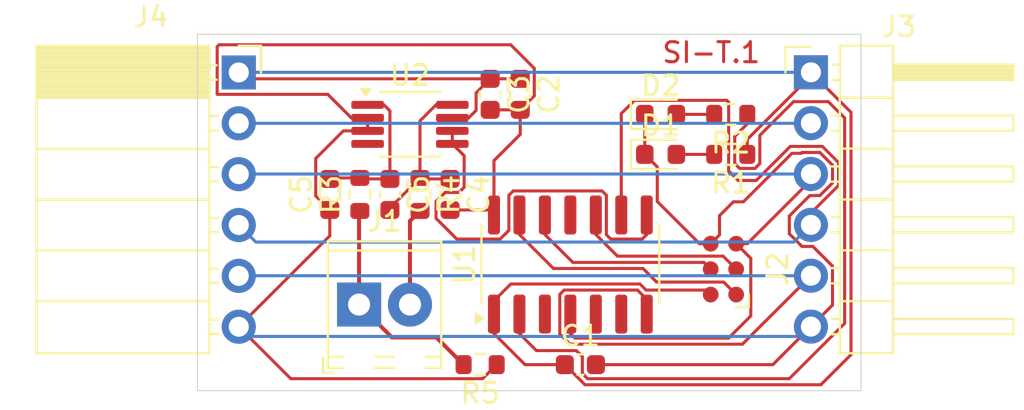
<source format=kicad_pcb>
(kicad_pcb (version 20240108) (generator "pcbnew") (generator_version "8.0")
  (layers (0 "F.Cu" signal) (31 "B.Cu" signal) (34 "B.Paste" user) (35 "F.Paste" user) (36 "B.SilkS" user "B.Silkscreen") (37 "F.SilkS" user "F.Silkscreen") (38 "B.Mask" user) (39 "F.Mask" user) (44 "Edge.Cuts" user))
  (net 0 "")
  (net 1 "+3V3")
  (net 2 "GND")
  (net 3 "Net-(U2-+IN)")
  (net 4 "Net-(U2--IN)")
  (net 5 "Net-(D1-A)")
  (net 6 "Net-(D2-A)")
  (net 7 "/TC-")
  (net 8 "/TC+")
  (net 9 "/SPI_MOSI")
  (net 10 "/SPI_SCK")
  (net 11 "/RESET")
  (net 12 "/SPI_MISO")
  (net 13 "/I2C_SDA")
  (net 14 "+5V")
  (net 15 "/I2C_SCL")
  (net 16 "/STATUS")
  (net 17 "/SPI_SS")
  (net 18 "/TC_OUT")
  (footprint "Capacitor_SMD:C_0603_1608Metric" (layer "F.Cu") (at 156 107)
    (property "Reference" "C1" (at 0 -1.43 0) (layer "F.SilkS"))
    (property "Value" "0.1u")
    (fp_line (start -0.14058 -0.51) (end 0.14058 -0.51) (stroke (width 0.12)) (layer "F.SilkS"))
    (fp_line (start -0.14058 0.51) (end 0.14058 0.51) (stroke (width 0.12)) (layer "F.SilkS"))
    (pad "1" smd roundrect (at -0.775 0) (size 0.9 0.95) (layers "F.Cu" "F.Paste" "F.Mask") (net 1 "+3V3"))
    (pad "2" smd roundrect (at 0.775 0) (size 0.9 0.95) (layers "F.Cu" "F.Paste" "F.Mask") (net 2 "GND"))
  )
  (footprint "Connector_PinSocket_2.54mm:PinSocket_1x06_P2.54mm_Horizontal" (layer "F.Cu") (at 138.958937 92.406666)
    (property "Reference" "J4" (at -4.38 -2.77 360) (layer "F.SilkS"))
    (property "Value" "Conn_01x06_Socket")
    (fp_line (start -10.09 -1.33) (end -10.09 14.03) (stroke (width 0.12)) (layer "F.SilkS"))
    (fp_line (start -10.09 -1.33) (end -1.46 -1.33) (stroke (width 0.12)) (layer "F.SilkS"))
    (fp_line (start -10.09 -1.21) (end -1.46 -1.21) (stroke (width 0.12)) (layer "F.SilkS"))
    (fp_line (start -10.09 -1.091905) (end -1.46 -1.091905) (stroke (width 0.12)) (layer "F.SilkS"))
    (fp_line (start -10.09 -0.97381) (end -1.46 -0.97381) (stroke (width 0.12)) (layer "F.SilkS"))
    (fp_line (start -10.09 -0.855715) (end -1.46 -0.855715) (stroke (width 0.12)) (layer "F.SilkS"))
    (fp_line (start -10.09 -0.73762) (end -1.46 -0.73762) (stroke (width 0.12)) (layer "F.SilkS"))
    (fp_line (start -10.09 -0.619525) (end -1.46 -0.619525) (stroke (width 0.12)) (layer "F.SilkS"))
    (fp_line (start -10.09 -0.50143) (end -1.46 -0.50143) (stroke (width 0.12)) (layer "F.SilkS"))
    (fp_line (start -10.09 -0.383335) (end -1.46 -0.383335) (stroke (width 0.12)) (layer "F.SilkS"))
    (fp_line (start -10.09 -0.26524) (end -1.46 -0.26524) (stroke (width 0.12)) (layer "F.SilkS"))
    (fp_line (start -10.09 -0.147145) (end -1.46 -0.147145) (stroke (width 0.12)) (layer "F.SilkS"))
    (fp_line (start -10.09 -0.02905) (end -1.46 -0.02905) (stroke (width 0.12)) (layer "F.SilkS"))
    (fp_line (start -10.09 0.089045) (end -1.46 0.089045) (stroke (width 0.12)) (layer "F.SilkS"))
    (fp_line (start -10.09 0.20714) (end -1.46 0.20714) (stroke (width 0.12)) (layer "F.SilkS"))
    (fp_line (start -10.09 0.325235) (end -1.46 0.325235) (stroke (width 0.12)) (layer "F.SilkS"))
    (fp_line (start -10.09 0.44333) (end -1.46 0.44333) (stroke (width 0.12)) (layer "F.SilkS"))
    (fp_line (start -10.09 0.561425) (end -1.46 0.561425) (stroke (width 0.12)) (layer "F.SilkS"))
    (fp_line (start -10.09 0.67952) (end -1.46 0.67952) (stroke (width 0.12)) (layer "F.SilkS"))
    (fp_line (start -10.09 0.797615) (end -1.46 0.797615) (stroke (width 0.12)) (layer "F.SilkS"))
    (fp_line (start -10.09 0.91571) (end -1.46 0.91571) (stroke (width 0.12)) (layer "F.SilkS"))
    (fp_line (start -10.09 1.033805) (end -1.46 1.033805) (stroke (width 0.12)) (layer "F.SilkS"))
    (fp_line (start -10.09 1.1519) (end -1.46 1.1519) (stroke (width 0.12)) (layer "F.SilkS"))
    (fp_line (start -10.09 1.27) (end -1.46 1.27) (stroke (width 0.12)) (layer "F.SilkS"))
    (fp_line (start -10.09 3.81) (end -1.46 3.81) (stroke (width 0.12)) (layer "F.SilkS"))
    (fp_line (start -10.09 6.35) (end -1.46 6.35) (stroke (width 0.12)) (layer "F.SilkS"))
    (fp_line (start -10.09 8.89) (end -1.46 8.89) (stroke (width 0.12)) (layer "F.SilkS"))
    (fp_line (start -10.09 11.43) (end -1.46 11.43) (stroke (width 0.12)) (layer "F.SilkS"))
    (fp_line (start -10.09 14.03) (end -1.46 14.03) (stroke (width 0.12)) (layer "F.SilkS"))
    (fp_line (start -1.46 -1.33) (end -1.46 14.03) (stroke (width 0.12)) (layer "F.SilkS"))
    (fp_line (start -1.46 -0.36) (end -1.11 -0.36) (stroke (width 0.12)) (layer "F.SilkS"))
    (fp_line (start -1.46 0.36) (end -1.11 0.36) (stroke (width 0.12)) (layer "F.SilkS"))
    (fp_line (start -1.46 2.18) (end -1.05 2.18) (stroke (width 0.12)) (layer "F.SilkS"))
    (fp_line (start -1.46 2.9) (end -1.05 2.9) (stroke (width 0.12)) (layer "F.SilkS"))
    (fp_line (start -1.46 4.72) (end -1.05 4.72) (stroke (width 0.12)) (layer "F.SilkS"))
    (fp_line (start -1.46 5.44) (end -1.05 5.44) (stroke (width 0.12)) (layer "F.SilkS"))
    (fp_line (start -1.46 7.26) (end -1.05 7.26) (stroke (width 0.12)) (layer "F.SilkS"))
    (fp_line (start -1.46 7.98) (end -1.05 7.98) (stroke (width 0.12)) (layer "F.SilkS"))
    (fp_line (start -1.46 9.8) (end -1.05 9.8) (stroke (width 0.12)) (layer "F.SilkS"))
    (fp_line (start -1.46 10.52) (end -1.05 10.52) (stroke (width 0.12)) (layer "F.SilkS"))
    (fp_line (start -1.46 12.34) (end -1.05 12.34) (stroke (width 0.12)) (layer "F.SilkS"))
    (fp_line (start -1.46 13.06) (end -1.05 13.06) (stroke (width 0.12)) (layer "F.SilkS"))
    (fp_line (start 0 -1.33) (end 1.11 -1.33) (stroke (width 0.12)) (layer "F.SilkS"))
    (fp_line (start 1.11 -1.33) (end 1.11 0) (stroke (width 0.12)) (layer "F.SilkS"))
    (pad "1" thru_hole rect (at 0 0) (size 1.7 1.7) (drill 1) (layers "*.Cu" "*.Mask") (net 1 "+3V3"))
    (pad "2" thru_hole oval (at 0 2.54) (size 1.7 1.7) (drill 1) (layers "*.Cu" "*.Mask") (net 14 "+5V"))
    (pad "3" thru_hole oval (at 0 5.08) (size 1.7 1.7) (drill 1) (layers "*.Cu" "*.Mask") (net 11 "/RESET"))
    (pad "4" thru_hole oval (at 0 7.62) (size 1.7 1.7) (drill 1) (layers "*.Cu" "*.Mask") (net 15 "/I2C_SCL"))
    (pad "5" thru_hole oval (at 0 10.16) (size 1.7 1.7) (drill 1) (layers "*.Cu" "*.Mask") (net 13 "/I2C_SDA"))
    (pad "6" thru_hole oval (at 0 12.7) (size 1.7 1.7) (drill 1) (layers "*.Cu" "*.Mask") (net 2 "GND"))
  )
  (footprint "TerminalBlock_Phoenix:TerminalBlock_Phoenix_MPT-0,5-2-2.54_1x02_P2.54mm_Horizontal" (layer "F.Cu") (at 144.96 104)
    (property "Reference" "J1" (at 1.27 -4.16 360) (layer "F.SilkS"))
    (property "Value" "Screw_Terminal_01x02")
    (fp_line (start -1.8 2.66) (end -1.8 3.4) (stroke (width 0.12)) (layer "F.SilkS"))
    (fp_line (start -1.8 3.4) (end -1.3 3.4) (stroke (width 0.12)) (layer "F.SilkS"))
    (fp_line (start -1.56 -3.16) (end -1.56 3.16) (stroke (width 0.12)) (layer "F.SilkS"))
    (fp_line (start -1.56 -3.16) (end 4.1 -3.16) (stroke (width 0.12)) (layer "F.SilkS"))
    (fp_line (start -1.56 -2.7) (end 4.1 -2.7) (stroke (width 0.12)) (layer "F.SilkS"))
    (fp_line (start -1.56 2.6) (end -0.79 2.6) (stroke (width 0.12)) (layer "F.SilkS"))
    (fp_line (start -1.56 3.16) (end -0.79 3.16) (stroke (width 0.12)) (layer "F.SilkS"))
    (fp_line (start 0.79 2.6) (end 1.75 2.6) (stroke (width 0.12)) (layer "F.SilkS"))
    (fp_line (start 0.79 3.16) (end 1.75 3.16) (stroke (width 0.12)) (layer "F.SilkS"))
    (fp_line (start 3.33 2.6) (end 4.1 2.6) (stroke (width 0.12)) (layer "F.SilkS"))
    (fp_line (start 3.33 3.16) (end 4.1 3.16) (stroke (width 0.12)) (layer "F.SilkS"))
    (fp_line (start 4.1 -3.16) (end 4.1 3.16) (stroke (width 0.12)) (layer "F.SilkS"))
    (pad "" np_thru_hole circle (at 0 2.54) (size 1.1 1.1) (drill 1.1) (layers "*.Cu" "*.Mask"))
    (pad "" np_thru_hole circle (at 2.54 2.54) (size 1.1 1.1) (drill 1.1) (layers "*.Cu" "*.Mask"))
    (pad "1" thru_hole rect (at 0 0) (size 2.2 2.2) (drill 1.1) (layers "*.Cu" "*.Mask") (net 7 "/TC-"))
    (pad "2" thru_hole circle (at 2.54 0) (size 2.2 2.2) (drill 1.1) (layers "*.Cu" "*.Mask") (net 8 "/TC+"))
  )
  (footprint "Capacitor_SMD:C_0603_1608Metric" (layer "F.Cu") (at 153 93.5 -90)
    (property "Reference" "C2" (at 0 -1.43 90) (layer "F.SilkS"))
    (property "Value" "0.1u")
    (fp_line (start -0.14058 0.51) (end 0.14058 0.51) (stroke (width 0.12)) (layer "F.SilkS"))
    (fp_line (start -0.14058 -0.51) (end 0.14058 -0.51) (stroke (width 0.12)) (layer "F.SilkS"))
    (pad "1" smd roundrect (at -0.775 0 270) (size 0.9 0.95) (layers "F.Cu" "F.Paste" "F.Mask") (net 1 "+3V3"))
    (pad "2" smd roundrect (at 0.775 0 270) (size 0.9 0.95) (layers "F.Cu" "F.Paste" "F.Mask") (net 2 "GND"))
  )
  (footprint "Package_SO:MSOP-8_3x3mm_P0.65mm" (layer "F.Cu") (at 147.5 95)
    (property "Reference" "U2" (at 0 -2.45 0) (layer "F.SilkS"))
    (property "Value" "AD8495")
    (fp_line (start 0 -1.61) (end -1.5 -1.61) (stroke (width 0.12)) (layer "F.SilkS"))
    (fp_line (start 0 -1.61) (end 1.5 -1.61) (stroke (width 0.12)) (layer "F.SilkS"))
    (fp_line (start 0 1.61) (end -1.5 1.61) (stroke (width 0.12)) (layer "F.SilkS"))
    (fp_line (start 0 1.61) (end 1.5 1.61) (stroke (width 0.12)) (layer "F.SilkS"))
    (fp_poly (pts (xy -2.2125 -1.435) (xy -2.4525 -1.765) (xy -1.9725 -1.765) (xy -2.2125 -1.435)) (stroke (width 0.12)) (fill solid) (layer "F.SilkS"))
    (pad "1" smd roundrect (at -2.1125 -0.975) (size 1.625 0.4) (layers "F.Cu" "F.Paste" "F.Mask") (net 4 "Net-(U2--IN)"))
    (pad "2" smd roundrect (at -2.1125 -0.325) (size 1.625 0.4) (layers "F.Cu" "F.Paste" "F.Mask") (net 2 "GND"))
    (pad "3" smd roundrect (at -2.1125 0.325) (size 1.625 0.4) (layers "F.Cu" "F.Paste" "F.Mask") (net 2 "GND"))
    (pad "4" smd roundrect (at -2.1125 0.975) (size 1.625 0.4) (layers "F.Cu" "F.Paste" "F.Mask"))
    (pad "5" smd roundrect (at 2.1125 0.975) (size 1.625 0.4) (layers "F.Cu" "F.Paste" "F.Mask") (net 18 "/TC_OUT"))
    (pad "6" smd roundrect (at 2.1125 0.325) (size 1.625 0.4) (layers "F.Cu" "F.Paste" "F.Mask") (net 18 "/TC_OUT"))
    (pad "7" smd roundrect (at 2.1125 -0.325) (size 1.625 0.4) (layers "F.Cu" "F.Paste" "F.Mask") (net 1 "+3V3"))
    (pad "8" smd roundrect (at 2.1125 -0.975) (size 1.625 0.4) (layers "F.Cu" "F.Paste" "F.Mask") (net 3 "Net-(U2-+IN)"))
  )
  (footprint "Resistor_SMD:R_0603_1608Metric" (layer "F.Cu") (at 163.5 96.5 180)
    (property "Reference" "R1" (at 0 -1.43 360) (layer "F.SilkS"))
    (property "Value" "330")
    (fp_line (start -0.237258 0.5225) (end 0.237258 0.5225) (stroke (width 0.12)) (layer "F.SilkS"))
    (fp_line (start -0.237258 -0.5225) (end 0.237258 -0.5225) (stroke (width 0.12)) (layer "F.SilkS"))
    (pad "1" smd roundrect (at -0.825 0 180) (size 0.8 0.95) (layers "F.Cu" "F.Paste" "F.Mask") (net 1 "+3V3"))
    (pad "2" smd roundrect (at 0.825 0 180) (size 0.8 0.95) (layers "F.Cu" "F.Paste" "F.Mask") (net 5 "Net-(D1-A)"))
  )
  (footprint "Connector:Tag-Connect_TC2030-IDC-NL_2x03_P1.27mm_Vertical" (layer "F.Cu") (at 163.135 102.23 90)
    (property "Reference" "J2" (at 0 2.7 90) (layer "F.SilkS"))
    (property "Value" "AVR-ISP-6")
    (fp_line (start -1.27 1.27) (end -1.905 1.27) (stroke (width 0.12)) (layer "F.SilkS"))
    (fp_line (start -1.905 1.27) (end -1.905 0.635) (stroke (width 0.12)) (layer "F.SilkS"))
    (pad "" np_thru_hole circle (at -2.54 0 90) (size 0.9906 0.9906) (drill 0.9906) (layers "*.Cu" "*.Mask"))
    (pad "" np_thru_hole circle (at 2.54 -1.016 90) (size 0.9906 0.9906) (drill 0.9906) (layers "*.Cu" "*.Mask"))
    (pad "" np_thru_hole circle (at 2.54 1.016 90) (size 0.9906 0.9906) (drill 0.9906) (layers "*.Cu" "*.Mask"))
    (pad "1" connect circle (at -1.27 0.635 90) (size 0.7874 0.7874) (layers "F.Cu" "F.Mask") (net 12 "/SPI_MISO"))
    (pad "2" connect circle (at -1.27 -0.635 90) (size 0.7874 0.7874) (layers "F.Cu" "F.Mask") (net 1 "+3V3"))
    (pad "3" connect circle (at 0 0.635 90) (size 0.7874 0.7874) (layers "F.Cu" "F.Mask") (net 10 "/SPI_SCK"))
    (pad "4" connect circle (at 0 -0.635 90) (size 0.7874 0.7874) (layers "F.Cu" "F.Mask") (net 9 "/SPI_MOSI"))
    (pad "5" connect circle (at 1.27 0.635 90) (size 0.7874 0.7874) (layers "F.Cu" "F.Mask") (net 11 "/RESET"))
    (pad "6" connect circle (at 1.27 -0.635 90) (size 0.7874 0.7874) (layers "F.Cu" "F.Mask") (net 2 "GND"))
  )
  (footprint "Capacitor_SMD:C_0603_1608Metric" (layer "F.Cu") (at 146.5 98.5 -90)
    (property "Reference" "C6" (at 0 -1.43 90) (layer "F.SilkS"))
    (property "Value" "10u")
    (fp_line (start -0.14058 0.51) (end 0.14058 0.51) (stroke (width 0.12)) (layer "F.SilkS"))
    (fp_line (start -0.14058 -0.51) (end 0.14058 -0.51) (stroke (width 0.12)) (layer "F.SilkS"))
    (pad "1" smd roundrect (at -0.775 0 270) (size 0.9 0.95) (layers "F.Cu" "F.Paste" "F.Mask") (net 4 "Net-(U2--IN)"))
    (pad "2" smd roundrect (at 0.775 0 270) (size 0.9 0.95) (layers "F.Cu" "F.Paste" "F.Mask") (net 3 "Net-(U2-+IN)"))
  )
  (footprint "Resistor_SMD:R_0603_1608Metric" (layer "F.Cu") (at 145 98.5 90)
    (property "Reference" "R3" (at 0 -1.43 90) (layer "F.SilkS"))
    (property "Value" "1k")
    (fp_line (start -0.237258 -0.5225) (end 0.237258 -0.5225) (stroke (width 0.12)) (layer "F.SilkS"))
    (fp_line (start -0.237258 0.5225) (end 0.237258 0.5225) (stroke (width 0.12)) (layer "F.SilkS"))
    (pad "1" smd roundrect (at -0.825 0 90) (size 0.8 0.95) (layers "F.Cu" "F.Paste" "F.Mask") (net 7 "/TC-"))
    (pad "2" smd roundrect (at 0.825 0 90) (size 0.8 0.95) (layers "F.Cu" "F.Paste" "F.Mask") (net 4 "Net-(U2--IN)"))
  )
  (footprint "Resistor_SMD:R_0603_1608Metric" (layer "F.Cu") (at 148 98.5 -90)
    (property "Reference" "R4" (at 0 -1.43 90) (layer "F.SilkS"))
    (property "Value" "1k")
    (fp_line (start -0.237258 0.5225) (end 0.237258 0.5225) (stroke (width 0.12)) (layer "F.SilkS"))
    (fp_line (start -0.237258 -0.5225) (end 0.237258 -0.5225) (stroke (width 0.12)) (layer "F.SilkS"))
    (pad "1" smd roundrect (at -0.825 0 270) (size 0.8 0.95) (layers "F.Cu" "F.Paste" "F.Mask") (net 3 "Net-(U2-+IN)"))
    (pad "2" smd roundrect (at 0.825 0 270) (size 0.8 0.95) (layers "F.Cu" "F.Paste" "F.Mask") (net 8 "/TC+"))
  )
  (footprint "Capacitor_SMD:C_0603_1608Metric" (layer "F.Cu") (at 151.5 93.5 -90)
    (property "Reference" "C3" (at 0 -1.43 90) (layer "F.SilkS"))
    (property "Value" "10u")
    (fp_line (start -0.14058 0.51) (end 0.14058 0.51) (stroke (width 0.12)) (layer "F.SilkS"))
    (fp_line (start -0.14058 -0.51) (end 0.14058 -0.51) (stroke (width 0.12)) (layer "F.SilkS"))
    (pad "1" smd roundrect (at -0.775 0 270) (size 0.9 0.95) (layers "F.Cu" "F.Paste" "F.Mask") (net 1 "+3V3"))
    (pad "2" smd roundrect (at 0.775 0 270) (size 0.9 0.95) (layers "F.Cu" "F.Paste" "F.Mask") (net 2 "GND"))
  )
  (footprint "Package_SO:SOIC-14_3.9x8.7mm_P1.27mm" (layer "F.Cu") (at 155.5 102 90)
    (property "Reference" "U1" (at 0 -5.28 90) (layer "F.SilkS"))
    (property "Value" "ATtiny841-SS")
    (fp_line (start 0 -4.435) (end 1.95 -4.435) (stroke (width 0.12)) (layer "F.SilkS"))
    (fp_line (start 0 -4.435) (end -1.95 -4.435) (stroke (width 0.12)) (layer "F.SilkS"))
    (fp_line (start 0 4.435) (end 1.95 4.435) (stroke (width 0.12)) (layer "F.SilkS"))
    (fp_line (start 0 4.435) (end -1.95 4.435) (stroke (width 0.12)) (layer "F.SilkS"))
    (fp_poly (pts (xy -2.7 -4.37) (xy -2.94 -4.7) (xy -2.46 -4.7) (xy -2.7 -4.37)) (stroke (width 0.12)) (fill solid) (layer "F.SilkS"))
    (pad "1" smd roundrect (at -2.475 -3.81 90) (size 1.95 0.6) (layers "F.Cu" "F.Paste" "F.Mask") (net 1 "+3V3"))
    (pad "2" smd roundrect (at -2.475 -2.54 90) (size 1.95 0.6) (layers "F.Cu" "F.Paste" "F.Mask") (net 16 "/STATUS"))
    (pad "3" smd roundrect (at -2.475 -1.27 90) (size 1.95 0.6) (layers "F.Cu" "F.Paste" "F.Mask"))
    (pad "4" smd roundrect (at -2.475 0 90) (size 1.95 0.6) (layers "F.Cu" "F.Paste" "F.Mask") (net 11 "/RESET"))
    (pad "5" smd roundrect (at -2.475 1.27 90) (size 1.95 0.6) (layers "F.Cu" "F.Paste" "F.Mask"))
    (pad "6" smd roundrect (at -2.475 2.54 90) (size 1.95 0.6) (layers "F.Cu" "F.Paste" "F.Mask"))
    (pad "7" smd roundrect (at -2.475 3.81 90) (size 1.95 0.6) (layers "F.Cu" "F.Paste" "F.Mask") (net 13 "/I2C_SDA"))
    (pad "8" smd roundrect (at 2.475 3.81 90) (size 1.95 0.6) (layers "F.Cu" "F.Paste" "F.Mask") (net 18 "/TC_OUT"))
    (pad "9" smd roundrect (at 2.475 2.54 90) (size 1.95 0.6) (layers "F.Cu" "F.Paste" "F.Mask") (net 15 "/I2C_SCL"))
    (pad "10" smd roundrect (at 2.475 1.27 90) (size 1.95 0.6) (layers "F.Cu" "F.Paste" "F.Mask") (net 10 "/SPI_SCK"))
    (pad "11" smd roundrect (at 2.475 0 90) (size 1.95 0.6) (layers "F.Cu" "F.Paste" "F.Mask") (net 17 "/SPI_SS"))
    (pad "12" smd roundrect (at 2.475 -1.27 90) (size 1.95 0.6) (layers "F.Cu" "F.Paste" "F.Mask") (net 9 "/SPI_MOSI"))
    (pad "13" smd roundrect (at 2.475 -2.54 90) (size 1.95 0.6) (layers "F.Cu" "F.Paste" "F.Mask") (net 12 "/SPI_MISO"))
    (pad "14" smd roundrect (at 2.475 -3.81 90) (size 1.95 0.6) (layers "F.Cu" "F.Paste" "F.Mask") (net 2 "GND"))
  )
  (footprint "Connector_PinHeader_2.54mm:PinHeader_1x06_P2.54mm_Horizontal" (layer "F.Cu") (at 167.5 92.4)
    (property "Reference" "J3" (at 4.385 -2.27 0) (layer "F.SilkS"))
    (property "Value" "Conn_01x06_Pin")
    (fp_line (start -1.27 -1.27) (end 0 -1.27) (stroke (width 0.12)) (layer "F.SilkS"))
    (fp_line (start -1.27 0) (end -1.27 -1.27) (stroke (width 0.12)) (layer "F.SilkS"))
    (fp_line (start 1.042929 2.16) (end 1.44 2.16) (stroke (width 0.12)) (layer "F.SilkS"))
    (fp_line (start 1.042929 2.92) (end 1.44 2.92) (stroke (width 0.12)) (layer "F.SilkS"))
    (fp_line (start 1.042929 4.7) (end 1.44 4.7) (stroke (width 0.12)) (layer "F.SilkS"))
    (fp_line (start 1.042929 5.46) (end 1.44 5.46) (stroke (width 0.12)) (layer "F.SilkS"))
    (fp_line (start 1.042929 7.24) (end 1.44 7.24) (stroke (width 0.12)) (layer "F.SilkS"))
    (fp_line (start 1.042929 8) (end 1.44 8) (stroke (width 0.12)) (layer "F.SilkS"))
    (fp_line (start 1.042929 9.78) (end 1.44 9.78) (stroke (width 0.12)) (layer "F.SilkS"))
    (fp_line (start 1.042929 10.54) (end 1.44 10.54) (stroke (width 0.12)) (layer "F.SilkS"))
    (fp_line (start 1.042929 12.32) (end 1.44 12.32) (stroke (width 0.12)) (layer "F.SilkS"))
    (fp_line (start 1.042929 13.08) (end 1.44 13.08) (stroke (width 0.12)) (layer "F.SilkS"))
    (fp_line (start 1.11 -0.38) (end 1.44 -0.38) (stroke (width 0.12)) (layer "F.SilkS"))
    (fp_line (start 1.11 0.38) (end 1.44 0.38) (stroke (width 0.12)) (layer "F.SilkS"))
    (fp_line (start 1.44 -1.33) (end 1.44 14.03) (stroke (width 0.12)) (layer "F.SilkS"))
    (fp_line (start 1.44 1.27) (end 4.1 1.27) (stroke (width 0.12)) (layer "F.SilkS"))
    (fp_line (start 1.44 3.81) (end 4.1 3.81) (stroke (width 0.12)) (layer "F.SilkS"))
    (fp_line (start 1.44 6.35) (end 4.1 6.35) (stroke (width 0.12)) (layer "F.SilkS"))
    (fp_line (start 1.44 8.89) (end 4.1 8.89) (stroke (width 0.12)) (layer "F.SilkS"))
    (fp_line (start 1.44 11.43) (end 4.1 11.43) (stroke (width 0.12)) (layer "F.SilkS"))
    (fp_line (start 1.44 14.03) (end 4.1 14.03) (stroke (width 0.12)) (layer "F.SilkS"))
    (fp_line (start 4.1 -1.33) (end 1.44 -1.33) (stroke (width 0.12)) (layer "F.SilkS"))
    (fp_line (start 4.1 -0.38) (end 10.1 -0.38) (stroke (width 0.12)) (layer "F.SilkS"))
    (fp_line (start 4.1 -0.32) (end 10.1 -0.32) (stroke (width 0.12)) (layer "F.SilkS"))
    (fp_line (start 4.1 -0.2) (end 10.1 -0.2) (stroke (width 0.12)) (layer "F.SilkS"))
    (fp_line (start 4.1 -0.08) (end 10.1 -0.08) (stroke (width 0.12)) (layer "F.SilkS"))
    (fp_line (start 4.1 0.04) (end 10.1 0.04) (stroke (width 0.12)) (layer "F.SilkS"))
    (fp_line (start 4.1 0.16) (end 10.1 0.16) (stroke (width 0.12)) (layer "F.SilkS"))
    (fp_line (start 4.1 0.28) (end 10.1 0.28) (stroke (width 0.12)) (layer "F.SilkS"))
    (fp_line (start 4.1 2.16) (end 10.1 2.16) (stroke (width 0.12)) (layer "F.SilkS"))
    (fp_line (start 4.1 4.7) (end 10.1 4.7) (stroke (width 0.12)) (layer "F.SilkS"))
    (fp_line (start 4.1 7.24) (end 10.1 7.24) (stroke (width 0.12)) (layer "F.SilkS"))
    (fp_line (start 4.1 9.78) (end 10.1 9.78) (stroke (width 0.12)) (layer "F.SilkS"))
    (fp_line (start 4.1 12.32) (end 10.1 12.32) (stroke (width 0.12)) (layer "F.SilkS"))
    (fp_line (start 4.1 14.03) (end 4.1 -1.33) (stroke (width 0.12)) (layer "F.SilkS"))
    (fp_line (start 10.1 -0.38) (end 10.1 0.38) (stroke (width 0.12)) (layer "F.SilkS"))
    (fp_line (start 10.1 0.38) (end 4.1 0.38) (stroke (width 0.12)) (layer "F.SilkS"))
    (fp_line (start 10.1 2.16) (end 10.1 2.92) (stroke (width 0.12)) (layer "F.SilkS"))
    (fp_line (start 10.1 2.92) (end 4.1 2.92) (stroke (width 0.12)) (layer "F.SilkS"))
    (fp_line (start 10.1 4.7) (end 10.1 5.46) (stroke (width 0.12)) (layer "F.SilkS"))
    (fp_line (start 10.1 5.46) (end 4.1 5.46) (stroke (width 0.12)) (layer "F.SilkS"))
    (fp_line (start 10.1 7.24) (end 10.1 8) (stroke (width 0.12)) (layer "F.SilkS"))
    (fp_line (start 10.1 8) (end 4.1 8) (stroke (width 0.12)) (layer "F.SilkS"))
    (fp_line (start 10.1 9.78) (end 10.1 10.54) (stroke (width 0.12)) (layer "F.SilkS"))
    (fp_line (start 10.1 10.54) (end 4.1 10.54) (stroke (width 0.12)) (layer "F.SilkS"))
    (fp_line (start 10.1 12.32) (end 10.1 13.08) (stroke (width 0.12)) (layer "F.SilkS"))
    (fp_line (start 10.1 13.08) (end 4.1 13.08) (stroke (width 0.12)) (layer "F.SilkS"))
    (pad "1" thru_hole rect (at 0 0) (size 1.7 1.7) (drill 1) (layers "*.Cu" "*.Mask") (net 1 "+3V3"))
    (pad "2" thru_hole oval (at 0 2.54) (size 1.7 1.7) (drill 1) (layers "*.Cu" "*.Mask") (net 14 "+5V"))
    (pad "3" thru_hole oval (at 0 5.08) (size 1.7 1.7) (drill 1) (layers "*.Cu" "*.Mask") (net 11 "/RESET"))
    (pad "4" thru_hole oval (at 0 7.62) (size 1.7 1.7) (drill 1) (layers "*.Cu" "*.Mask") (net 15 "/I2C_SCL"))
    (pad "5" thru_hole oval (at 0 10.16) (size 1.7 1.7) (drill 1) (layers "*.Cu" "*.Mask") (net 13 "/I2C_SDA"))
    (pad "6" thru_hole oval (at 0 12.7) (size 1.7 1.7) (drill 1) (layers "*.Cu" "*.Mask") (net 2 "GND"))
  )
  (footprint "Capacitor_SMD:C_0603_1608Metric" (layer "F.Cu") (at 143.5 98.5 90)
    (property "Reference" "C5" (at 0 -1.43 90) (layer "F.SilkS"))
    (property "Value" "1u")
    (fp_line (start -0.14058 -0.51) (end 0.14058 -0.51) (stroke (width 0.12)) (layer "F.SilkS"))
    (fp_line (start -0.14058 0.51) (end 0.14058 0.51) (stroke (width 0.12)) (layer "F.SilkS"))
    (pad "1" smd roundrect (at -0.775 0 90) (size 0.9 0.95) (layers "F.Cu" "F.Paste" "F.Mask") (net 2 "GND"))
    (pad "2" smd roundrect (at 0.775 0 90) (size 0.9 0.95) (layers "F.Cu" "F.Paste" "F.Mask") (net 4 "Net-(U2--IN)"))
  )
  (footprint "LED_SMD:LED_0603_1608Metric" (layer "F.Cu") (at 160 96.5)
    (property "Reference" "D1" (at 0 -1.43 0) (layer "F.SilkS"))
    (property "Value" "LED")
    (fp_line (start -1.485 -0.735) (end -1.485 0.735) (stroke (width 0.12)) (layer "F.SilkS"))
    (fp_line (start -1.485 0.735) (end 0.8 0.735) (stroke (width 0.12)) (layer "F.SilkS"))
    (fp_line (start 0.8 -0.735) (end -1.485 -0.735) (stroke (width 0.12)) (layer "F.SilkS"))
    (pad "1" smd roundrect (at -0.7875 0) (size 0.875 0.95) (layers "F.Cu" "F.Paste" "F.Mask") (net 2 "GND"))
    (pad "2" smd roundrect (at 0.7875 0) (size 0.875 0.95) (layers "F.Cu" "F.Paste" "F.Mask") (net 5 "Net-(D1-A)"))
  )
  (footprint "Resistor_SMD:R_0603_1608Metric" (layer "F.Cu") (at 151 107 180)
    (property "Reference" "R5" (at 0 -1.43 360) (layer "F.SilkS"))
    (property "Value" "1M")
    (fp_line (start -0.237258 0.5225) (end 0.237258 0.5225) (stroke (width 0.12)) (layer "F.SilkS"))
    (fp_line (start -0.237258 -0.5225) (end 0.237258 -0.5225) (stroke (width 0.12)) (layer "F.SilkS"))
    (pad "1" smd roundrect (at -0.825 0 180) (size 0.8 0.95) (layers "F.Cu" "F.Paste" "F.Mask") (net 2 "GND"))
    (pad "2" smd roundrect (at 0.825 0 180) (size 0.8 0.95) (layers "F.Cu" "F.Paste" "F.Mask") (net 7 "/TC-"))
  )
  (footprint "Resistor_SMD:R_0603_1608Metric" (layer "F.Cu") (at 163.5 94.5 180)
    (property "Reference" "R2" (at 0 -1.43 360) (layer "F.SilkS"))
    (property "Value" "330")
    (fp_line (start -0.237258 0.5225) (end 0.237258 0.5225) (stroke (width 0.12)) (layer "F.SilkS"))
    (fp_line (start -0.237258 -0.5225) (end 0.237258 -0.5225) (stroke (width 0.12)) (layer "F.SilkS"))
    (pad "1" smd roundrect (at -0.825 0 180) (size 0.8 0.95) (layers "F.Cu" "F.Paste" "F.Mask") (net 16 "/STATUS"))
    (pad "2" smd roundrect (at 0.825 0 180) (size 0.8 0.95) (layers "F.Cu" "F.Paste" "F.Mask") (net 6 "Net-(D2-A)"))
  )
  (footprint "LED_SMD:LED_0603_1608Metric" (layer "F.Cu") (at 160 94.5)
    (property "Reference" "D2" (at 0 -1.43 0) (layer "F.SilkS"))
    (property "Value" "LED")
    (fp_line (start -1.485 -0.735) (end -1.485 0.735) (stroke (width 0.12)) (layer "F.SilkS"))
    (fp_line (start -1.485 0.735) (end 0.8 0.735) (stroke (width 0.12)) (layer "F.SilkS"))
    (fp_line (start 0.8 -0.735) (end -1.485 -0.735) (stroke (width 0.12)) (layer "F.SilkS"))
    (pad "1" smd roundrect (at -0.7875 0) (size 0.875 0.95) (layers "F.Cu" "F.Paste" "F.Mask") (net 2 "GND"))
    (pad "2" smd roundrect (at 0.7875 0) (size 0.875 0.95) (layers "F.Cu" "F.Paste" "F.Mask") (net 6 "Net-(D2-A)"))
  )
  (footprint "Capacitor_SMD:C_0603_1608Metric" (layer "F.Cu") (at 149.5 98.5 -90)
    (property "Reference" "C4" (at 0 -1.43 90) (layer "F.SilkS"))
    (property "Value" "1u")
    (fp_line (start -0.14058 0.51) (end 0.14058 0.51) (stroke (width 0.12)) (layer "F.SilkS"))
    (fp_line (start -0.14058 -0.51) (end 0.14058 -0.51) (stroke (width 0.12)) (layer "F.SilkS"))
    (pad "1" smd roundrect (at -0.775 0 270) (size 0.9 0.95) (layers "F.Cu" "F.Paste" "F.Mask") (net 3 "Net-(U2-+IN)"))
    (pad "2" smd roundrect (at 0.775 0 270) (size 0.9 0.95) (layers "F.Cu" "F.Paste" "F.Mask") (net 2 "GND"))
  )
  (gr_rect (start 136.9 90.5) (end 170 108.3) (stroke (width 0.05)) (fill none) (layer "Edge.Cuts"))
  (gr_text "SI-T.1" (at 160 92 0) (layer "F.Cu") (effects (font (size 1 1)) (justify left bottom)))
  (segment (start 150.7988 93.4262) (end 151.5 92.725) (width 0.1524) (layer "F.Cu") (net 1))
  (segment (start 153.240001 107) (end 151.69 105.449999) (width 0.1524) (layer "F.Cu") (net 1))
  (segment (start 169.5 106.5) (end 169.5 94.4) (width 0.1524) (layer "F.Cu") (net 1))
  (segment (start 169.5 94.4) (end 167.5 92.4) (width 0.1524) (layer "F.Cu") (net 1))
  (segment (start 164.325 95.747342) (end 167.5 92.572342) (width 0.1524) (layer "F.Cu") (net 1))
  (segment (start 162.5 103.5) (end 162.2738 103.2738) (width 0.1524) (layer "F.Cu") (net 1))
  (segment (start 158.9714 102.9714) (end 152.5286 102.9714) (width 0.1524) (layer "F.Cu") (net 1))
  (segment (start 150.424999 94.675) (end 150.7988 94.301199) (width 0.1524) (layer "F.Cu") (net 1))
  (segment (start 151.5 92.725) (end 153 92.725) (width 0.1524) (layer "F.Cu") (net 1))
  (segment (start 152.5286 102.9714) (end 151.69 103.81) (width 0.1524) (layer "F.Cu") (net 1))
  (segment (start 151.5 92.725) (end 139.277271 92.725) (width 0.1524) (layer "F.Cu") (net 1))
  (segment (start 155.225 107) (end 153.240001 107) (width 0.1524) (layer "F.Cu") (net 1))
  (segment (start 151.69 103.81) (end 151.69 104.475) (width 0.1524) (layer "F.Cu") (net 1))
  (segment (start 150.7988 94.301199) (end 150.7988 93.4262) (width 0.1524) (layer "F.Cu") (net 1))
  (segment (start 167.5 92.572342) (end 167.5 92.4) (width 0.1524) (layer "F.Cu") (net 1))
  (segment (start 151.69 105.449999) (end 151.69 104.475) (width 0.1524) (layer "F.Cu") (net 1))
  (segment (start 149.6125 94.675) (end 150.424999 94.675) (width 0.1524) (layer "F.Cu") (net 1))
  (segment (start 167.9964 108.0036) (end 169.5 106.5) (width 0.1524) (layer "F.Cu") (net 1))
  (segment (start 139.277271 92.725) (end 138.958937 92.406666) (width 0.1524) (layer "F.Cu") (net 1))
  (segment (start 155.225 107) (end 156.2286 108.0036) (width 0.1524) (layer "F.Cu") (net 1))
  (segment (start 162.2738 103.2738) (end 159.2738 103.2738) (width 0.1524) (layer "F.Cu") (net 1))
  (segment (start 156.2286 108.0036) (end 167.9964 108.0036) (width 0.1524) (layer "F.Cu") (net 1))
  (segment (start 164.325 96.5) (end 164.325 95.747342) (width 0.1524) (layer "F.Cu") (net 1))
  (segment (start 159.2738 103.2738) (end 158.9714 102.9714) (width 0.1524) (layer "F.Cu") (net 1))
  (segment (start 138.965603 92.4) (end 138.958937 92.406666) (width 0.1524) (layer "B.Cu") (net 1))
  (segment (start 167.5 92.4) (end 138.965603 92.4) (width 0.1524) (layer "B.Cu") (net 1))
  (segment (start 166.4238 100.465777) (end 166.4238 99.574223) (width 0.1524) (layer "F.Cu") (net 2))
  (segment (start 142.7988 96.7012) (end 144.175 95.325) (width 0.1524) (layer "F.Cu") (net 2))
  (segment (start 153 94.275) (end 153.7012 93.5738) (width 0.1524) (layer "F.Cu") (net 2))
  (segment (start 145.3875 95.325) (end 145.3875 94.675) (width 0.1524) (layer "F.Cu") (net 2))
  (segment (start 159.8362 98.852975) (end 159.8362 97.1237) (width 0.1524) (layer "F.Cu") (net 2))
  (segment (start 144.175 95.325) (end 145.3875 95.325) (width 0.1524) (layer "F.Cu") (net 2))
  (segment (start 168.5762 102.0762) (end 167.5962 101.0962) (width 0.1524) (layer "F.Cu") (net 2))
  (segment (start 153 94.275) (end 153 95.5) (width 0.1524) (layer "F.Cu") (net 2))
  (segment (start 161.943225 100.96) (end 159.8362 98.852975) (width 0.1524) (layer "F.Cu") (net 2))
  (segment (start 168.5762 97.034223) (end 167.945777 96.4038) (width 0.1524) (layer "F.Cu") (net 2))
  (segment (start 168.5762 97.925777) (end 168.5762 97.034223) (width 0.1524) (layer "F.Cu") (net 2))
  (segment (start 162.9405 99.5595) (end 162.9405 100.5195) (width 0.1524) (layer "F.Cu") (net 2))
  (segment (start 159.2125 94.5) (end 159.2125 96.5) (width 0.1524) (layer "F.Cu") (net 2))
  (segment (start 141.553471 107.7012) (end 138.958937 105.106666) (width 0.1524) (layer "F.Cu") (net 2))
  (segment (start 164.1315 98.8685) (end 163.6315 98.8685) (width 0.1524) (layer "F.Cu") (net 2))
  (segment (start 152.5238 91.0238) (end 137.9762 91.0238) (width 0.1524) (layer "F.Cu") (net 2))
  (segment (start 151.69 96.81) (end 151.69 99.525) (width 0.1524) (layer "F.Cu") (net 2))
  (segment (start 143.5 100.565603) (end 138.958937 105.106666) (width 0.1524) (layer "F.Cu") (net 2))
  (segment (start 151.1238 107.7012) (end 141.553471 107.7012) (width 0.1524) (layer "F.Cu") (net 2))
  (segment (start 167.054223 96.4038) (end 167.015182 96.44284) (width 0.1524) (layer "F.Cu") (net 2))
  (segment (start 156.775 107) (end 165.6 107) (width 0.1524) (layer "F.Cu") (net 2))
  (segment (start 153 95.5) (end 151.69 96.81) (width 0.1524) (layer "F.Cu") (net 2))
  (segment (start 167.945777 98.5562) (end 168.5762 97.925777) (width 0.1524) (layer "F.Cu") (net 2))
  (segment (start 153.7012 93.5738) (end 153.7012 92.2012) (width 0.1524) (layer "F.Cu") (net 2))
  (segment (start 167.054223 101.0962) (end 166.4238 100.465777) (width 0.1524) (layer "F.Cu") (net 2))
  (segment (start 162.9405 100.5195) (end 162.5 100.96) (width 0.1524) (layer "F.Cu") (net 2))
  (segment (start 137.882737 93.482866) (end 137.899871 93.5) (width 0.1524) (layer "F.Cu") (net 2))
  (segment (start 167.5962 101.0962) (end 167.054223 101.0962) (width 0.1524) (layer "F.Cu") (net 2))
  (segment (start 159.8362 97.1237) (end 159.2125 96.5) (width 0.1524) (layer "F.Cu") (net 2))
  (segment (start 143.5 99.275) (end 143.5 100.565603) (width 0.1524) (layer "F.Cu") (net 2))
  (segment (start 166.4238 99.574223) (end 167.441823 98.5562) (width 0.1524) (layer "F.Cu") (net 2))
  (segment (start 137.882737 91.117263) (end 137.882737 93.482866) (width 0.1524) (layer "F.Cu") (net 2))
  (segment (start 143.400001 93.5) (end 144.575001 94.675) (width 0.1524) (layer "F.Cu") (net 2))
  (segment (start 151.825 107) (end 151.1238 107.7012) (width 0.1524) (layer "F.Cu") (net 2))
  (segment (start 168.5762 104.0238) (end 168.5762 102.0762) (width 0.1524) (layer "F.Cu") (net 2))
  (segment (start 137.899871 93.5) (end 143.400001 93.5) (width 0.1524) (layer "F.Cu") (net 2))
  (segment (start 166.55716 96.44284) (end 164.1315 98.8685) (width 0.1524) (layer "F.Cu") (net 2))
  (segment (start 167.5 105.1) (end 168.5762 104.0238) (width 0.1524) (layer "F.Cu") (net 2))
  (segment (start 151.5 94.275) (end 153 94.275) (width 0.1524) (layer "F.Cu") (net 2))
  (segment (start 153.7012 92.2012) (end 152.5238 91.0238) (width 0.1524) (layer "F.Cu") (net 2))
  (segment (start 162.5 100.96) (end 161.943225 100.96) (width 0.1524) (layer "F.Cu") (net 2))
  (segment (start 167.441823 98.5562) (end 167.945777 98.5562) (width 0.1524) (layer "F.Cu") (net 2))
  (segment (start 165.6 107) (end 167.5 105.1) (width 0.1524) (layer "F.Cu") (net 2))
  (segment (start 143.5 99.275) (end 142.7988 98.5738) (width 0.1524) (layer "F.Cu") (net 2))
  (segment (start 142.7988 98.5738) (end 142.7988 96.7012) (width 0.1524) (layer "F.Cu") (net 2))
  (segment (start 137.9762 91.0238) (end 137.882737 91.117263) (width 0.1524) (layer "F.Cu") (net 2))
  (segment (start 167.945777 96.4038) (end 167.054223 96.4038) (width 0.1524) (layer "F.Cu") (net 2))
  (segment (start 144.575001 94.675) (end 145.3875 94.675) (width 0.1524) (layer "F.Cu") (net 2))
  (segment (start 151.44 99.275) (end 151.69 99.525) (width 0.1524) (layer "F.Cu") (net 2))
  (segment (start 167.015182 96.44284) (end 166.55716 96.44284) (width 0.1524) (layer "F.Cu") (net 2))
  (segment (start 149.5 99.275) (end 151.44 99.275) (width 0.1524) (layer "F.Cu") (net 2))
  (segment (start 163.6315 98.8685) (end 162.9405 99.5595) (width 0.1524) (layer "F.Cu") (net 2))
  (segment (start 139.443771 105.5915) (end 167.0085 105.5915) (width 0.1524) (layer "B.Cu") (net 2))
  (segment (start 167.0085 105.5915) (end 167.5 105.1) (width 0.1524) (layer "B.Cu") (net 2))
  (segment (start 138.958937 105.106666) (end 139.443771 105.5915) (width 0.1524) (layer "B.Cu") (net 2))
  (segment (start 148 94.825001) (end 148 97.675) (width 0.1524) (layer "F.Cu") (net 3))
  (segment (start 146.5 99.175) (end 148 97.675) (width 0.1524) (layer "F.Cu") (net 3))
  (segment (start 146.5 99.275) (end 146.5 99.175) (width 0.1524) (layer "F.Cu") (net 3))
  (segment (start 149.5 97.725) (end 148.05 97.725) (width 0.1524) (layer "F.Cu") (net 3))
  (segment (start 148.05 97.725) (end 148 97.675) (width 0.1524) (layer "F.Cu") (net 3))
  (segment (start 148.800001 94.025) (end 148 94.825001) (width 0.1524) (layer "F.Cu") (net 3))
  (segment (start 149.6125 94.025) (end 148.800001 94.025) (width 0.1524) (layer "F.Cu") (net 3))
  (segment (start 145.05 97.725) (end 145 97.675) (width 0.1524) (layer "F.Cu") (net 4))
  (segment (start 145.3875 94.025) (end 146.199999 94.025) (width 0.1524) (layer "F.Cu") (net 4))
  (segment (start 146.5 94.325001) (end 146.5 97.725) (width 0.1524) (layer "F.Cu") (net 4))
  (segment (start 146.5 97.725) (end 145.05 97.725) (width 0.1524) (layer "F.Cu") (net 4))
  (segment (start 145 97.675) (end 143.55 97.675) (width 0.1524) (layer "F.Cu") (net 4))
  (segment (start 143.55 97.675) (end 143.5 97.725) (width 0.1524) (layer "F.Cu") (net 4))
  (segment (start 146.199999 94.025) (end 146.5 94.325001) (width 0.1524) (layer "F.Cu") (net 4))
  (segment (start 162.675 96.5) (end 160.7875 96.5) (width 0.1524) (layer "F.Cu") (net 5))
  (segment (start 160.7875 94.5) (end 162.675 94.5) (width 0.1524) (layer "F.Cu") (net 6))
  (segment (start 144.96 104) (end 146.6 105.64) (width 0.2) (layer "F.Cu") (net 7))
  (segment (start 146.6 105.64) (end 148.815 105.64) (width 0.2) (layer "F.Cu") (net 7))
  (segment (start 144.96 99.365) (end 145 99.325) (width 0.2) (layer "F.Cu") (net 7))
  (segment (start 144.96 104) (end 144.96 99.365) (width 0.2) (layer "F.Cu") (net 7))
  (segment (start 148.815 105.64) (end 150.175 107) (width 0.2) (layer "F.Cu") (net 7))
  (segment (start 147.5 99.825) (end 148 99.325) (width 0.2) (layer "F.Cu") (net 8))
  (segment (start 147.5 104) (end 147.5 99.825) (width 0.2) (layer "F.Cu") (net 8))
  (segment (start 162.1652 101.8952) (end 155.625201 101.8952) (width 0.1524) (layer "F.Cu") (net 9))
  (segment (start 162.5 102.23) (end 162.1652 101.8952) (width 0.1524) (layer "F.Cu") (net 9))
  (segment (start 155.625201 101.8952) (end 154.23 100.499999) (width 0.1524) (layer "F.Cu") (net 9))
  (segment (start 154.23 100.499999) (end 154.23 99.525) (width 0.1524) (layer "F.Cu") (net 9))
  (segment (start 157.849901 101.5799) (end 156.77 100.499999) (width 0.1524) (layer "F.Cu") (net 10))
  (segment (start 156.77 100.499999) (end 156.77 99.525) (width 0.1524) (layer "F.Cu") (net 10))
  (segment (start 163.1199 101.5799) (end 157.849901 101.5799) (width 0.1524) (layer "F.Cu") (net 10))
  (segment (start 163.77 102.23) (end 163.1199 101.5799) (width 0.1524) (layer "F.Cu") (net 10))
  (segment (start 164.5 104.566776) (end 164.5 101.69) (width 0.1524) (layer "F.Cu") (net 11))
  (segment (start 155.5 105.449999) (end 155.726201 105.6762) (width 0.1524) (layer "F.Cu") (net 11))
  (segment (start 155.726201 105.6762) (end 163.390576 105.6762) (width 0.1524) (layer "F.Cu") (net 11))
  (segment (start 167.5 97.786775) (end 167.5 97.48) (width 0.1524) (layer "F.Cu") (net 11))
  (segment (start 163.77 100.96) (end 164.326775 100.96) (width 0.1524) (layer "F.Cu") (net 11))
  (segment (start 164.326775 100.96) (end 167.5 97.786775) (width 0.1524) (layer "F.Cu") (net 11))
  (segment (start 155.5 104.475) (end 155.5 105.449999) (width 0.1524) (layer "F.Cu") (net 11))
  (segment (start 164.5 101.69) (end 163.77 100.96) (width 0.1524) (layer "F.Cu") (net 11))
  (segment (start 163.390576 105.6762) (end 164.5 104.566776) (width 0.1524) (layer "F.Cu") (net 11))
  (segment (start 167.5 97.48) (end 147 97.48) (width 0.1524) (layer "B.Cu") (net 11))
  (segment (start 147 97.48) (end 138.965603 97.48) (width 0.1524) (layer "B.Cu") (net 11))
  (segment (start 138.965603 97.48) (end 138.958937 97.486666) (width 0.1524) (layer "B.Cu") (net 11))
  (segment (start 163.144742 102.874742) (end 159.8024 102.874742) (width 0.1524) (layer "F.Cu") (net 12))
  (segment (start 152.96 100.499999) (end 152.96 99.525) (width 0.1524) (layer "F.Cu") (net 12))
  (segment (start 163.77 103.5) (end 163.144742 102.874742) (width 0.1524) (layer "F.Cu") (net 12))
  (segment (start 154.657601 102.1976) (end 152.96 100.499999) (width 0.1524) (layer "F.Cu") (net 12))
  (segment (start 159.125258 102.1976) (end 154.657601 102.1976) (width 0.1524) (layer "F.Cu") (net 12))
  (segment (start 159.8024 102.874742) (end 159.125258 102.1976) (width 0.1524) (layer "F.Cu") (net 12))
  (segment (start 158.846142 103.2738) (end 159.31 103.737658) (width 0.1524) (layer "F.Cu") (net 13))
  (segment (start 155.190016 103.2738) (end 158.846142 103.2738) (width 0.1524) (layer "F.Cu") (net 13))
  (segment (start 154.9738 103.490016) (end 155.190016 103.2738) (width 0.1524) (layer "F.Cu") (net 13))
  (segment (start 155.4786 105.9786) (end 154.9738 105.4738) (width 0.1524) (layer "F.Cu") (net 13))
  (segment (start 164.0814 105.9786) (end 155.4786 105.9786) (width 0.1524) (layer "F.Cu") (net 13))
  (segment (start 154.9738 105.4738) (end 154.9738 103.490016) (width 0.1524) (layer "F.Cu") (net 13))
  (segment (start 167.5 102.56) (end 164.0814 105.9786) (width 0.1524) (layer "F.Cu") (net 13))
  (segment (start 159.31 103.737658) (end 159.31 104.475) (width 0.1524) (layer "F.Cu") (net 13))
  (segment (start 167.5 102.56) (end 138.965603 102.56) (width 0.1524) (layer "B.Cu") (net 13))
  (segment (start 138.965603 102.56) (end 138.958937 102.566666) (width 0.1524) (layer "B.Cu") (net 13))
  (segment (start 167.493334 94.946666) (end 167.5 94.94) (width 0.1524) (layer "B.Cu") (net 14))
  (segment (start 138.958937 94.946666) (end 167.493334 94.946666) (width 0.1524) (layer "B.Cu") (net 14))
  (segment (start 168.8786 98.051035) (end 167.5 99.429635) (width 0.1524) (layer "F.Cu") (net 15))
  (segment (start 164.769942 97.8024) (end 166.470942 96.1014) (width 0.1524) (layer "F.Cu") (net 15))
  (segment (start 163.874742 97.8024) (end 164.769942 97.8024) (width 0.1524) (layer "F.Cu") (net 15))
  (segment (start 163.2988 93.7988) (end 163.3964 93.8964) (width 0.1524) (layer "F.Cu") (net 15))
  (segment (start 167.5 99.429635) (end 167.5 100.02) (width 0.1524) (layer "F.Cu") (net 15))
  (segment (start 158.04 99.525) (end 158.04 94.46) (width 0.1524) (layer "F.Cu") (net 15))
  (segment (start 158.04 94.46) (end 158.7012 93.7988) (width 0.1524) (layer "F.Cu") (net 15))
  (segment (start 158.7012 93.7988) (end 163.2988 93.7988) (width 0.1524) (layer "F.Cu") (net 15))
  (segment (start 163.3964 93.8964) (end 163.3964 97.324058) (width 0.1524) (layer "F.Cu") (net 15))
  (segment (start 163.3964 97.324058) (end 163.874742 97.8024) (width 0.1524) (layer "F.Cu") (net 15))
  (segment (start 168.8786 96.908965) (end 168.8786 98.051035) (width 0.1524) (layer "F.Cu") (net 15))
  (segment (start 166.470942 96.1014) (end 168.071035 96.1014) (width 0.1524) (layer "F.Cu") (net 15))
  (segment (start 168.071035 96.1014) (end 168.8786 96.908965) (width 0.1524) (layer "F.Cu") (net 15))
  (segment (start 166.643334 100.876666) (end 167.5 100.02) (width 0.1524) (layer "B.Cu") (net 15))
  (segment (start 139.808937 100.876666) (end 166.643334 100.876666) (width 0.1524) (layer "B.Cu") (net 15))
  (segment (start 138.958937 100.026666) (end 139.808937 100.876666) (width 0.1524) (layer "B.Cu") (net 15))
  (segment (start 163.94292 97.2012) (end 163.6988 96.95708) (width 0.1524) (layer "F.Cu") (net 16))
  (segment (start 164.9512 96.95708) (end 164.70708 97.2012) (width 0.1524) (layer "F.Cu") (net 16))
  (segment (start 168.3638 93.8638) (end 166.6362 93.8638) (width 0.1524) (layer "F.Cu") (net 16))
  (segment (start 169.181 104.940977) (end 169.181 94.681) (width 0.1524) (layer "F.Cu") (net 16))
  (segment (start 152.96 105.449999) (end 153.808801 106.2988) (width 0.1524) (layer "F.Cu") (net 16))
  (segment (start 164.325 94.975) (end 164.325 94.5) (width 0.1524) (layer "F.Cu") (net 16))
  (segment (start 169.181 94.681) (end 168.3638 93.8638) (width 0.1524) (layer "F.Cu") (net 16))
  (segment (start 152.96 104.475) (end 152.96 105.449999) (width 0.1524) (layer "F.Cu") (net 16))
  (segment (start 163.6988 96.95708) (end 163.6988 95.6012) (width 0.1524) (layer "F.Cu") (net 16))
  (segment (start 156.356872 107.7012) (end 166.420777 107.7012) (width 0.1524) (layer "F.Cu") (net 16))
  (segment (start 163.6988 95.6012) (end 164.325 94.975) (width 0.1524) (layer "F.Cu") (net 16))
  (segment (start 166.420777 107.7012) (end 169.181 104.940977) (width 0.1524) (layer "F.Cu") (net 16))
  (segment (start 153.808801 106.2988) (end 155.7988 106.2988) (width 0.1524) (layer "F.Cu") (net 16))
  (segment (start 156.0988 106.5988) (end 156.0988 107.443128) (width 0.1524) (layer "F.Cu") (net 16))
  (segment (start 164.70708 97.2012) (end 163.94292 97.2012) (width 0.1524) (layer "F.Cu") (net 16))
  (segment (start 164.9512 95.5488) (end 164.9512 96.95708) (width 0.1524) (layer "F.Cu") (net 16))
  (segment (start 166.6362 93.8638) (end 164.9512 95.5488) (width 0.1524) (layer "F.Cu") (net 16))
  (segment (start 155.7988 106.2988) (end 156.0988 106.5988) (width 0.1524) (layer "F.Cu") (net 16))
  (segment (start 156.0988 107.443128) (end 156.356872 107.7012) (width 0.1524) (layer "F.Cu") (net 16))
  (segment (start 159.31 100.499999) (end 159.083799 100.7262) (width 0.1524) (layer "F.Cu") (net 18))
  (segment (start 152.4338 98.540016) (end 152.4338 100.292384) (width 0.1524) (layer "F.Cu") (net 18))
  (segment (start 149.6125 95.325) (end 149.6125 95.975) (width 0.1524) (layer "F.Cu") (net 18))
  (segment (start 159.31 99.525) (end 159.31 100.499999) (width 0.1524) (layer "F.Cu") (net 18))
  (segment (start 149.831872 100.7262) (end 148.7988 99.693128) (width 0.1524) (layer "F.Cu") (net 18))
  (segment (start 157.2962 100.509984) (end 157.2962 98.540016) (width 0.1524) (layer "F.Cu") (net 18))
  (segment (start 159.083799 100.7262) (end 157.512416 100.7262) (width 0.1524) (layer "F.Cu") (net 18))
  (segment (start 148.7988 99.693128) (end 148.7988 98.856872) (width 0.1524) (layer "F.Cu") (net 18))
  (segment (start 148.7988 98.856872) (end 149.254472 98.4012) (width 0.1524) (layer "F.Cu") (net 18))
  (segment (start 157.512416 100.7262) (end 157.2962 100.509984) (width 0.1524) (layer "F.Cu") (net 18))
  (segment (start 157.079984 98.3238) (end 152.650016 98.3238) (width 0.1524) (layer "F.Cu") (net 18))
  (segment (start 152.650016 98.3238) (end 152.4338 98.540016) (width 0.1524) (layer "F.Cu") (net 18))
  (segment (start 149.943128 98.4012) (end 150.2012 98.143128) (width 0.1524) (layer "F.Cu") (net 18))
  (segment (start 150.2012 96.5637) (end 149.6125 95.975) (width 0.1524) (layer "F.Cu") (net 18))
  (segment (start 149.254472 98.4012) (end 149.943128 98.4012) (width 0.1524) (layer "F.Cu") (net 18))
  (segment (start 151.999984 100.7262) (end 149.831872 100.7262) (width 0.1524) (layer "F.Cu") (net 18))
  (segment (start 152.4338 100.292384) (end 151.999984 100.7262) (width 0.1524) (layer "F.Cu") (net 18))
  (segment (start 157.2962 98.540016) (end 157.079984 98.3238) (width 0.1524) (layer "F.Cu") (net 18))
  (segment (start 150.2012 98.143128) (end 150.2012 96.5637) (width 0.1524) (layer "F.Cu") (net 18))
)
</source>
